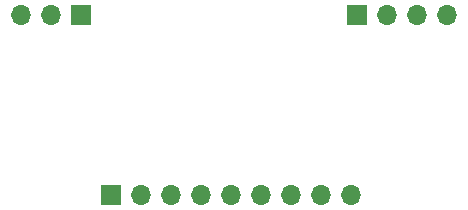
<source format=gbr>
%TF.GenerationSoftware,KiCad,Pcbnew,(6.0.0-0)*%
%TF.CreationDate,2022-07-05T21:41:24-04:00*%
%TF.ProjectId,IO-VGA-DAC,494f2d56-4741-42d4-9441-432e6b696361,rev?*%
%TF.SameCoordinates,Original*%
%TF.FileFunction,Soldermask,Bot*%
%TF.FilePolarity,Negative*%
%FSLAX46Y46*%
G04 Gerber Fmt 4.6, Leading zero omitted, Abs format (unit mm)*
G04 Created by KiCad (PCBNEW (6.0.0-0)) date 2022-07-05 21:41:24*
%MOMM*%
%LPD*%
G01*
G04 APERTURE LIST*
%ADD10O,1.700000X1.700000*%
%ADD11R,1.700000X1.700000*%
G04 APERTURE END LIST*
D10*
%TO.C,J2*%
X172720000Y-130810000D03*
X170180000Y-130810000D03*
X167640000Y-130810000D03*
X165100000Y-130810000D03*
X162560000Y-130810000D03*
X160020000Y-130810000D03*
X157480000Y-130810000D03*
X154940000Y-130810000D03*
D11*
X152400000Y-130810000D03*
%TD*%
%TO.C,J4*%
X173228000Y-115570000D03*
D10*
X175768000Y-115570000D03*
X178308000Y-115570000D03*
X180848000Y-115570000D03*
%TD*%
D11*
%TO.C,J1*%
X149845000Y-115570000D03*
D10*
X147305000Y-115570000D03*
X144765000Y-115570000D03*
%TD*%
M02*

</source>
